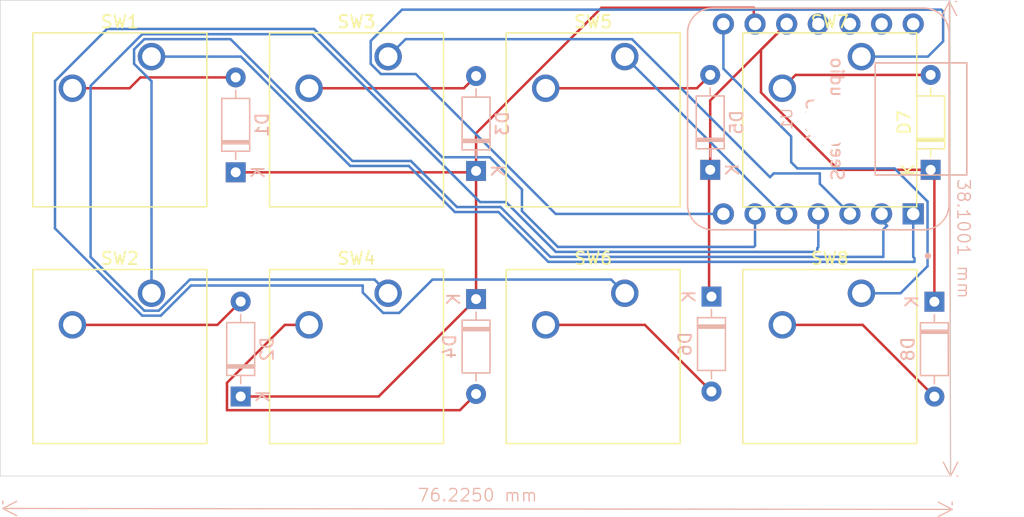
<source format=kicad_pcb>
(kicad_pcb (version 20240108) (generator "pcbnew") (generator_version "8.0")
  (layers (0 "F.Cu" signal) (31 "B.Cu" signal) (34 "B.Paste" user) (35 "F.Paste" user) (36 "B.SilkS" user "B.Silkscreen") (37 "F.SilkS" user "F.Silkscreen") (38 "B.Mask" user) (39 "F.Mask" user) (44 "Edge.Cuts" user))
  (net 0 "")
  (net 3 "Net-(U1-PA4_A1_D1)")
  (net 4 "Net-(U1-PA10_A2_D2)")
  (net 5 "Net-(U1-PA11_A3_D3)")
  (net 6 "Net-(U1-PA8_A4_D4_SDA)")
  (net 7 "Net-(U1-PA9_A5_D5_SCL)")
  (net 8 "Net-(U1-PB08_A6_D6_TX)")
  (net 9 "Net-(U1-PB09_A7_D7_RX)")
  (net 10 "row 0")
  (net 12 "Net-(D2-A)")
  (net 13 "GND")
  (net 14 "Net-(U1-PA02_A0_D0)")
  (net 15 "Net-(D3-A)")
  (net 16 "Net-(D4-A)")
  (net 17 "row 1")
  (net 18 "Net-(D5-A)")
  (net 19 "Net-(D6-A)")
  (net 20 "Net-(D7-A)")
  (net 21 "Net-(D8-A)")
  (net 22 "Net-(D1-A)")
  (footprint "Button_Switch_Keyboard:SW_Cherry_MX_1.00u_Plate" (layer "F.Cu") (at 175.04 66.42)
    (property "Reference" "SW7" (at -2.54 -2.794 0) (layer "F.SilkS"))
    (property "Value" "SW_Push")
    (fp_line (start -9.525 -1.905) (end 4.445 -1.905) (stroke (width 0.12)) (layer "F.SilkS"))
    (fp_line (start -9.525 12.065) (end -9.525 -1.905) (stroke (width 0.12)) (layer "F.SilkS"))
    (fp_line (start 4.445 -1.905) (end 4.445 12.065) (stroke (width 0.12)) (layer "F.SilkS"))
    (fp_line (start 4.445 12.065) (end -9.525 12.065) (stroke (width 0.12)) (layer "F.SilkS"))
    (pad "" np_thru_hole circle (at -2.54 5.08) (size 4 4) (drill 4) (layers "*.Cu" "*.Mask"))
    (pad "1" thru_hole circle (at 0 0) (size 2.2 2.2) (drill 1.5) (layers "*.Cu" "*.Mask") (net 8 "Net-(U1-PB08_A6_D6_TX)"))
    (pad "2" thru_hole circle (at -6.35 2.54) (size 2.2 2.2) (drill 1.5) (layers "*.Cu" "*.Mask") (net 20 "Net-(D7-A)"))
  )
  (footprint "Button_Switch_Keyboard:SW_Cherry_MX_1.00u_Plate" (layer "F.Cu") (at 137.04 66.42)
    (property "Reference" "SW3" (at -2.54 -2.794 0) (layer "F.SilkS"))
    (property "Value" "SW_Push")
    (fp_line (start -9.525 -1.905) (end 4.445 -1.905) (stroke (width 0.12)) (layer "F.SilkS"))
    (fp_line (start -9.525 12.065) (end -9.525 -1.905) (stroke (width 0.12)) (layer "F.SilkS"))
    (fp_line (start 4.445 -1.905) (end 4.445 12.065) (stroke (width 0.12)) (layer "F.SilkS"))
    (fp_line (start 4.445 12.065) (end -9.525 12.065) (stroke (width 0.12)) (layer "F.SilkS"))
    (pad "" np_thru_hole circle (at -2.54 5.08) (size 4 4) (drill 4) (layers "*.Cu" "*.Mask"))
    (pad "1" thru_hole circle (at 0 0) (size 2.2 2.2) (drill 1.5) (layers "*.Cu" "*.Mask") (net 4 "Net-(U1-PA10_A2_D2)"))
    (pad "2" thru_hole circle (at -6.35 2.54) (size 2.2 2.2) (drill 1.5) (layers "*.Cu" "*.Mask") (net 15 "Net-(D3-A)"))
  )
  (footprint "Button_Switch_Keyboard:SW_Cherry_MX_1.00u_Plate" (layer "F.Cu") (at 156.04 85.42)
    (property "Reference" "SW6" (at -2.54 -2.794 0) (layer "F.SilkS"))
    (property "Value" "SW_Push")
    (fp_line (start -9.525 -1.905) (end 4.445 -1.905) (stroke (width 0.12)) (layer "F.SilkS"))
    (fp_line (start -9.525 12.065) (end -9.525 -1.905) (stroke (width 0.12)) (layer "F.SilkS"))
    (fp_line (start 4.445 -1.905) (end 4.445 12.065) (stroke (width 0.12)) (layer "F.SilkS"))
    (fp_line (start 4.445 12.065) (end -9.525 12.065) (stroke (width 0.12)) (layer "F.SilkS"))
    (pad "" np_thru_hole circle (at -2.54 5.08) (size 4 4) (drill 4) (layers "*.Cu" "*.Mask"))
    (pad "1" thru_hole circle (at 0 0) (size 2.2 2.2) (drill 1.5) (layers "*.Cu" "*.Mask") (net 7 "Net-(U1-PA9_A5_D5_SCL)"))
    (pad "2" thru_hole circle (at -6.35 2.54) (size 2.2 2.2) (drill 1.5) (layers "*.Cu" "*.Mask") (net 19 "Net-(D6-A)"))
  )
  (footprint "Diode_THT:D_DO-35_SOD27_P7.62mm_Horizontal" (layer "F.Cu") (at 180.6 75.51 90)
    (property "Reference" "D7" (at 3.81 -2.12 90) (layer "F.SilkS"))
    (property "Value" "1N4148")
    (fp_line (start 5.93 -1.12) (end 1.69 -1.12) (stroke (width 0.12)) (layer "F.SilkS"))
    (fp_line (start 2.53 -1.12) (end 2.53 1.12) (stroke (width 0.12)) (layer "F.SilkS"))
    (fp_line (start 2.41 -1.12) (end 2.41 1.12) (stroke (width 0.12)) (layer "F.SilkS"))
    (fp_line (start 2.29 -1.12) (end 2.29 1.12) (stroke (width 0.12)) (layer "F.SilkS"))
    (fp_line (start 1.69 -1.12) (end 1.69 1.12) (stroke (width 0.12)) (layer "F.SilkS"))
    (fp_line (start 6.58 0) (end 5.93 0) (stroke (width 0.12)) (layer "F.SilkS"))
    (fp_line (start 1.04 0) (end 1.69 0) (stroke (width 0.12)) (layer "F.SilkS"))
    (fp_line (start 5.93 1.12) (end 5.93 -1.12) (stroke (width 0.12)) (layer "F.SilkS"))
    (fp_line (start 1.69 1.12) (end 5.93 1.12) (stroke (width 0.12)) (layer "F.SilkS"))
    (fp_text user "K" (at 0 -1.8 90) (layer "F.SilkS"))
    (pad "1" thru_hole rect (at 0 0 90) (size 1.6 1.6) (drill 0.8) (layers "*.Cu" "*.Mask") (net 17 "row 1"))
    (pad "2" thru_hole oval (at 7.62 0 90) (size 1.6 1.6) (drill 0.8) (layers "*.Cu" "*.Mask") (net 20 "Net-(D7-A)"))
  )
  (footprint "Button_Switch_Keyboard:SW_Cherry_MX_1.00u_Plate" (layer "F.Cu") (at 137.04 85.42)
    (property "Reference" "SW4" (at -2.54 -2.794 0) (layer "F.SilkS"))
    (property "Value" "SW_Push")
    (fp_line (start -9.525 -1.905) (end 4.445 -1.905) (stroke (width 0.12)) (layer "F.SilkS"))
    (fp_line (start -9.525 12.065) (end -9.525 -1.905) (stroke (width 0.12)) (layer "F.SilkS"))
    (fp_line (start 4.445 -1.905) (end 4.445 12.065) (stroke (width 0.12)) (layer "F.SilkS"))
    (fp_line (start 4.445 12.065) (end -9.525 12.065) (stroke (width 0.12)) (layer "F.SilkS"))
    (pad "" np_thru_hole circle (at -2.54 5.08) (size 4 4) (drill 4) (layers "*.Cu" "*.Mask"))
    (pad "1" thru_hole circle (at 0 0) (size 2.2 2.2) (drill 1.5) (layers "*.Cu" "*.Mask") (net 5 "Net-(U1-PA11_A3_D3)"))
    (pad "2" thru_hole circle (at -6.35 2.54) (size 2.2 2.2) (drill 1.5) (layers "*.Cu" "*.Mask") (net 16 "Net-(D4-A)"))
  )
  (footprint "Button_Switch_Keyboard:SW_Cherry_MX_1.00u_Plate" (layer "F.Cu") (at 175.04 85.42)
    (property "Reference" "SW8" (at -2.54 -2.794 0) (layer "F.SilkS"))
    (property "Value" "SW_Push")
    (fp_line (start -9.525 -1.905) (end 4.445 -1.905) (stroke (width 0.12)) (layer "F.SilkS"))
    (fp_line (start -9.525 12.065) (end -9.525 -1.905) (stroke (width 0.12)) (layer "F.SilkS"))
    (fp_line (start 4.445 -1.905) (end 4.445 12.065) (stroke (width 0.12)) (layer "F.SilkS"))
    (fp_line (start 4.445 12.065) (end -9.525 12.065) (stroke (width 0.12)) (layer "F.SilkS"))
    (pad "" np_thru_hole circle (at -2.54 5.08) (size 4 4) (drill 4) (layers "*.Cu" "*.Mask"))
    (pad "1" thru_hole circle (at 0 0) (size 2.2 2.2) (drill 1.5) (layers "*.Cu" "*.Mask") (net 9 "Net-(U1-PB09_A7_D7_RX)"))
    (pad "2" thru_hole circle (at -6.35 2.54) (size 2.2 2.2) (drill 1.5) (layers "*.Cu" "*.Mask") (net 21 "Net-(D8-A)"))
  )
  (footprint "Button_Switch_Keyboard:SW_Cherry_MX_1.00u_Plate" (layer "F.Cu") (at 156.04 66.42)
    (property "Reference" "SW5" (at -2.54 -2.794 0) (layer "F.SilkS"))
    (property "Value" "SW_Push")
    (fp_line (start -9.525 -1.905) (end 4.445 -1.905) (stroke (width 0.12)) (layer "F.SilkS"))
    (fp_line (start -9.525 12.065) (end -9.525 -1.905) (stroke (width 0.12)) (layer "F.SilkS"))
    (fp_line (start 4.445 -1.905) (end 4.445 12.065) (stroke (width 0.12)) (layer "F.SilkS"))
    (fp_line (start 4.445 12.065) (end -9.525 12.065) (stroke (width 0.12)) (layer "F.SilkS"))
    (pad "" np_thru_hole circle (at -2.54 5.08) (size 4 4) (drill 4) (layers "*.Cu" "*.Mask"))
    (pad "1" thru_hole circle (at 0 0) (size 2.2 2.2) (drill 1.5) (layers "*.Cu" "*.Mask") (net 6 "Net-(U1-PA8_A4_D4_SDA)"))
    (pad "2" thru_hole circle (at -6.35 2.54) (size 2.2 2.2) (drill 1.5) (layers "*.Cu" "*.Mask") (net 18 "Net-(D5-A)"))
  )
  (footprint "Button_Switch_Keyboard:SW_Cherry_MX_1.00u_Plate" (layer "F.Cu") (at 118.04 66.42)
    (property "Reference" "SW1" (at -2.54 -2.794 0) (layer "F.SilkS"))
    (property "Value" "SW_Push")
    (fp_line (start -9.525 -1.905) (end 4.445 -1.905) (stroke (width 0.12)) (layer "F.SilkS"))
    (fp_line (start -9.525 12.065) (end -9.525 -1.905) (stroke (width 0.12)) (layer "F.SilkS"))
    (fp_line (start 4.445 -1.905) (end 4.445 12.065) (stroke (width 0.12)) (layer "F.SilkS"))
    (fp_line (start 4.445 12.065) (end -9.525 12.065) (stroke (width 0.12)) (layer "F.SilkS"))
    (pad "" np_thru_hole circle (at -2.54 5.08) (size 4 4) (drill 4) (layers "*.Cu" "*.Mask"))
    (pad "1" thru_hole circle (at 0 0) (size 2.2 2.2) (drill 1.5) (layers "*.Cu" "*.Mask") (net 14 "Net-(U1-PA02_A0_D0)"))
    (pad "2" thru_hole circle (at -6.35 2.54) (size 2.2 2.2) (drill 1.5) (layers "*.Cu" "*.Mask") (net 22 "Net-(D1-A)"))
  )
  (footprint "Button_Switch_Keyboard:SW_Cherry_MX_1.00u_Plate" (layer "F.Cu") (at 118.04 85.42)
    (property "Reference" "SW2" (at -2.54 -2.794 0) (layer "F.SilkS"))
    (property "Value" "SW_Push")
    (fp_line (start -9.525 -1.905) (end 4.445 -1.905) (stroke (width 0.12)) (layer "F.SilkS"))
    (fp_line (start -9.525 12.065) (end -9.525 -1.905) (stroke (width 0.12)) (layer "F.SilkS"))
    (fp_line (start 4.445 -1.905) (end 4.445 12.065) (stroke (width 0.12)) (layer "F.SilkS"))
    (fp_line (start 4.445 12.065) (end -9.525 12.065) (stroke (width 0.12)) (layer "F.SilkS"))
    (pad "" np_thru_hole circle (at -2.54 5.08) (size 4 4) (drill 4) (layers "*.Cu" "*.Mask"))
    (pad "1" thru_hole circle (at 0 0) (size 2.2 2.2) (drill 1.5) (layers "*.Cu" "*.Mask") (net 3 "Net-(U1-PA4_A1_D1)"))
    (pad "2" thru_hole circle (at -6.35 2.54) (size 2.2 2.2) (drill 1.5) (layers "*.Cu" "*.Mask") (net 12 "Net-(D2-A)"))
  )
  (footprint "Diode_THT:D_DO-35_SOD27_P7.62mm_Horizontal" (layer "B.Cu") (at 125.2 93.71 90)
    (property "Reference" "D2" (at 3.81 2.12 90) (layer "B.SilkS") (effects (justify mirror)))
    (property "Value" "1N4148")
    (fp_line (start 5.93 -1.12) (end 1.69 -1.12) (stroke (width 0.12)) (layer "B.SilkS"))
    (fp_line (start 2.53 -1.12) (end 2.53 1.12) (stroke (width 0.12)) (layer "B.SilkS"))
    (fp_line (start 2.41 -1.12) (end 2.41 1.12) (stroke (width 0.12)) (layer "B.SilkS"))
    (fp_line (start 2.29 -1.12) (end 2.29 1.12) (stroke (width 0.12)) (layer "B.SilkS"))
    (fp_line (start 1.69 -1.12) (end 1.69 1.12) (stroke (width 0.12)) (layer "B.SilkS"))
    (fp_line (start 5.93 0) (end 6.58 0) (stroke (width 0.12)) (layer "B.SilkS"))
    (fp_line (start 1.69 0) (end 1.04 0) (stroke (width 0.12)) (layer "B.SilkS"))
    (fp_line (start 5.93 1.12) (end 5.93 -1.12) (stroke (width 0.12)) (layer "B.SilkS"))
    (fp_line (start 1.69 1.12) (end 5.93 1.12) (stroke (width 0.12)) (layer "B.SilkS"))
    (fp_text user "K" (at 0 1.8 90) (layer "B.SilkS") (effects (justify mirror)))
    (pad "1" thru_hole rect (at 0 0 90) (size 1.6 1.6) (drill 0.8) (layers "*.Cu" "*.Mask") (net 10 "row 0"))
    (pad "2" thru_hole oval (at 7.62 0 90) (size 1.6 1.6) (drill 0.8) (layers "*.Cu" "*.Mask") (net 12 "Net-(D2-A)"))
  )
  (footprint "Diode_THT:D_DO-35_SOD27_P7.62mm_Horizontal" (layer "B.Cu") (at 180.9 86.1 -90)
    (property "Reference" "D8" (at 3.81 2.12 90) (layer "B.SilkS") (effects (justify mirror)))
    (property "Value" "1N4148")
    (fp_line (start 1.69 1.12) (end 5.93 1.12) (stroke (width 0.12)) (layer "B.SilkS"))
    (fp_line (start 5.93 1.12) (end 5.93 -1.12) (stroke (width 0.12)) (layer "B.SilkS"))
    (fp_line (start 1.69 0) (end 1.04 0) (stroke (width 0.12)) (layer "B.SilkS"))
    (fp_line (start 5.93 0) (end 6.58 0) (stroke (width 0.12)) (layer "B.SilkS"))
    (fp_line (start 1.69 -1.12) (end 1.69 1.12) (stroke (width 0.12)) (layer "B.SilkS"))
    (fp_line (start 2.29 -1.12) (end 2.29 1.12) (stroke (width 0.12)) (layer "B.SilkS"))
    (fp_line (start 2.41 -1.12) (end 2.41 1.12) (stroke (width 0.12)) (layer "B.SilkS"))
    (fp_line (start 2.53 -1.12) (end 2.53 1.12) (stroke (width 0.12)) (layer "B.SilkS"))
    (fp_line (start 5.93 -1.12) (end 1.69 -1.12) (stroke (width 0.12)) (layer "B.SilkS"))
    (fp_text user "K" (at 0 1.8 90) (layer "B.SilkS") (effects (justify mirror)))
    (pad "1" thru_hole rect (at 0 0 270) (size 1.6 1.6) (drill 0.8) (layers "*.Cu" "*.Mask") (net 17 "row 1"))
    (pad "2" thru_hole oval (at 7.62 0 270) (size 1.6 1.6) (drill 0.8) (layers "*.Cu" "*.Mask") (net 21 "Net-(D8-A)"))
  )
  (footprint "Seeed Studio XIAO Series Library:XIAO-Generic-Thruhole-14P-2.54-21X17.8MM" (layer "B.Cu") (at 171.58 71.425 90)
    (property "Reference" "U1" (at 0 -2.54 90) (layer "B.SilkS") (effects (font (size 0.889 0.889) (thickness 0.1016)) (justify mirror)))
    (property "Value" "Seeed Studio XIAO SAMD21" (hide yes))
    (fp_line (start 6.9 -10.5) (end -6.9 -10.5) (stroke (width 0.127)) (layer "B.SilkS"))
    (fp_line (start -8.9 -8.5) (end -8.9 8.5) (stroke (width 0.127)) (layer "B.SilkS"))
    (fp_line (start 4.5 4.57073) (end 4.5 11.92403) (stroke (width 0.127)) (layer "B.SilkS"))
    (fp_line (start -4.5 4.57073) (end 4.5 4.57073) (stroke (width 0.127)) (layer "B.SilkS"))
    (fp_line (start 8.9 8.5) (end 8.9 -8.5) (stroke (width 0.127)) (layer "B.SilkS"))
    (fp_line (start -6.9 10.49909) (end 6.9 10.49909) (stroke (width 0.127)) (layer "B.SilkS"))
    (fp_line (start 4.5 11.92403) (end -4.5 11.92403) (stroke (width 0.127)) (layer "B.SilkS"))
    (fp_line (start -4.5 11.92403) (end -4.5 4.57073) (stroke (width 0.127)) (layer "B.SilkS"))
    (fp_arc (start 6.9 -10.5) (mid 8.314214 -9.914214) (end 8.9 -8.5) (stroke (width 0.12)) (layer "B.SilkS"))
    (fp_arc (start -8.9 -8.5) (mid -8.301423 -9.901423) (end -6.9 -10.5) (stroke (width 0.12)) (layer "B.SilkS"))
    (fp_arc (start 8.9 8.5) (mid 8.301492 9.901492) (end 6.9 10.5) (stroke (width 0.12)) (layer "B.SilkS"))
    (fp_arc (start -6.9 10.5) (mid -8.301491 9.901491) (end -8.9 8.5) (stroke (width 0.12)) (layer "B.SilkS"))
    (fp_circle (center -11 8.8) (end -11 9.054) (fill solid) (layer "B.SilkS"))
    (fp_poly (pts (xy -8.887715 8.561705) (xy -8.884667 8.610473) (xy -8.880603 8.659494)) (stroke (width 0.0254)) (fill none) (layer "B.SilkS"))
    (fp_poly (pts (xy 8.889492 -8.521574) (xy 8.887713 -8.57085) (xy 8.884665 -8.619618) (xy 8.880601 -8.668639) (xy 8.875268 -8.717407) (xy 8.868664 -8.766175) (xy 8.861044 -8.81469) (xy 8.852153 -8.86295) (xy 8.842248 -8.910955)) (stroke (width 0.0254)) (fill none) (layer "B.SilkS"))
    (fp_text user "XIAO" (at 0 -0.5 -90) (layer "B.SilkS") (effects (justify mirror)))
    (fp_text user "Seeed Studio" (at 0 1.5 -90) (layer "B.SilkS") (effects (justify mirror)))
    (pad "1" thru_hole rect (at -7.625 7.62 90) (size 1.7 1.7) (drill 1) (layers "*.Cu" "*.Mask") (net 14 "Net-(U1-PA02_A0_D0)"))
    (pad "2" thru_hole circle (at -7.625 5.08 90) (size 1.7 1.7) (drill 1) (layers "*.Cu" "*.Mask") (net 3 "Net-(U1-PA4_A1_D1)"))
    (pad "3" thru_hole circle (at -7.625 2.54 90) (size 1.7 1.7) (drill 1) (layers "*.Cu" "*.Mask") (net 4 "Net-(U1-PA10_A2_D2)"))
    (pad "4" thru_hole circle (at -7.625 0 90) (size 1.7 1.7) (drill 1) (layers "*.Cu" "*.Mask") (net 5 "Net-(U1-PA11_A3_D3)"))
    (pad "5" thru_hole circle (at -7.625 -2.54 90) (size 1.7 1.7) (drill 1) (layers "*.Cu" "*.Mask") (net 6 "Net-(U1-PA8_A4_D4_SDA)"))
    (pad "6" thru_hole circle (at -7.625 -5.08 270) (size 1.7 1.7) (drill 1) (layers "*.Cu" "*.Mask") (net 7 "Net-(U1-PA9_A5_D5_SCL)"))
    (pad "7" thru_hole circle (at -7.625 -7.62 90) (size 1.7 1.7) (drill 1) (layers "*.Cu" "*.Mask") (net 8 "Net-(U1-PB08_A6_D6_TX)"))
    (pad "8" thru_hole circle (at 7.625 -7.62 90) (size 1.7 1.7) (drill 1) (layers "*.Cu" "*.Mask") (net 9 "Net-(U1-PB09_A7_D7_RX)"))
    (pad "9" thru_hole circle (at 7.625 -5.08 90) (size 1.7 1.7) (drill 1) (layers "*.Cu" "*.Mask") (net 10 "row 0"))
    (pad "10" thru_hole circle (at 7.625 -2.54 90) (size 1.7 1.7) (drill 1) (layers "*.Cu" "*.Mask") (net 17 "row 1"))
    (pad "11" thru_hole circle (at 7.625 0 90) (size 1.7 1.7) (drill 1) (layers "*.Cu" "*.Mask"))
    (pad "12" thru_hole circle (at 7.625 2.54 90) (size 1.7 1.7) (drill 1) (layers "*.Cu" "*.Mask"))
    (pad "13" thru_hole circle (at 7.625 5.08 90) (size 1.7 1.7) (drill 1) (layers "*.Cu" "*.Mask") (net 13 "GND"))
    (pad "14" thru_hole circle (at 7.625 7.62 90) (size 1.7 1.7) (drill 1) (layers "*.Cu" "*.Mask"))
  )
  (footprint "Diode_THT:D_DO-35_SOD27_P7.62mm_Horizontal" (layer "B.Cu") (at 124.8 75.71 90)
    (property "Reference" "D1" (at 3.81 2.12 90) (layer "B.SilkS") (effects (justify mirror)))
    (property "Value" "1N4148")
    (fp_line (start 5.93 -1.12) (end 1.69 -1.12) (stroke (width 0.12)) (layer "B.SilkS"))
    (fp_line (start 2.53 -1.12) (end 2.53 1.12) (stroke (width 0.12)) (layer "B.SilkS"))
    (fp_line (start 2.41 -1.12) (end 2.41 1.12) (stroke (width 0.12)) (layer "B.SilkS"))
    (fp_line (start 2.29 -1.12) (end 2.29 1.12) (stroke (width 0.12)) (layer "B.SilkS"))
    (fp_line (start 1.69 -1.12) (end 1.69 1.12) (stroke (width 0.12)) (layer "B.SilkS"))
    (fp_line (start 5.93 0) (end 6.58 0) (stroke (width 0.12)) (layer "B.SilkS"))
    (fp_line (start 1.69 0) (end 1.04 0) (stroke (width 0.12)) (layer "B.SilkS"))
    (fp_line (start 5.93 1.12) (end 5.93 -1.12) (stroke (width 0.12)) (layer "B.SilkS"))
    (fp_line (start 1.69 1.12) (end 5.93 1.12) (stroke (width 0.12)) (layer "B.SilkS"))
    (fp_text user "K" (at 0 1.8 90) (layer "B.SilkS") (effects (justify mirror)))
    (pad "1" thru_hole rect (at 0 0 90) (size 1.6 1.6) (drill 0.8) (layers "*.Cu" "*.Mask") (net 10 "row 0"))
    (pad "2" thru_hole oval (at 7.62 0 90) (size 1.6 1.6) (drill 0.8) (layers "*.Cu" "*.Mask") (net 22 "Net-(D1-A)"))
  )
  (footprint "Diode_THT:D_DO-35_SOD27_P7.62mm_Horizontal" (layer "B.Cu") (at 163 85.69 -90)
    (property "Reference" "D6" (at 3.81 2.12 90) (layer "B.SilkS") (effects (justify mirror)))
    (property "Value" "1N4148")
    (fp_line (start 1.69 1.12) (end 5.93 1.12) (stroke (width 0.12)) (layer "B.SilkS"))
    (fp_line (start 5.93 1.12) (end 5.93 -1.12) (stroke (width 0.12)) (layer "B.SilkS"))
    (fp_line (start 1.69 0) (end 1.04 0) (stroke (width 0.12)) (layer "B.SilkS"))
    (fp_line (start 5.93 0) (end 6.58 0) (stroke (width 0.12)) (layer "B.SilkS"))
    (fp_line (start 1.69 -1.12) (end 1.69 1.12) (stroke (width 0.12)) (layer "B.SilkS"))
    (fp_line (start 2.29 -1.12) (end 2.29 1.12) (stroke (width 0.12)) (layer "B.SilkS"))
    (fp_line (start 2.41 -1.12) (end 2.41 1.12) (stroke (width 0.12)) (layer "B.SilkS"))
    (fp_line (start 2.53 -1.12) (end 2.53 1.12) (stroke (width 0.12)) (layer "B.SilkS"))
    (fp_line (start 5.93 -1.12) (end 1.69 -1.12) (stroke (width 0.12)) (layer "B.SilkS"))
    (fp_text user "K" (at 0 1.8 90) (layer "B.SilkS") (effects (justify mirror)))
    (pad "1" thru_hole rect (at 0 0 270) (size 1.6 1.6) (drill 0.8) (layers "*.Cu" "*.Mask") (net 17 "row 1"))
    (pad "2" thru_hole oval (at 7.62 0 270) (size 1.6 1.6) (drill 0.8) (layers "*.Cu" "*.Mask") (net 19 "Net-(D6-A)"))
  )
  (footprint "Diode_THT:D_DO-35_SOD27_P7.62mm_Horizontal" (layer "B.Cu") (at 144.1 85.89 -90)
    (property "Reference" "D4" (at 3.81 2.12 90) (layer "B.SilkS") (effects (justify mirror)))
    (property "Value" "1N4148")
    (fp_line (start 1.69 1.12) (end 5.93 1.12) (stroke (width 0.12)) (layer "B.SilkS"))
    (fp_line (start 5.93 1.12) (end 5.93 -1.12) (stroke (width 0.12)) (layer "B.SilkS"))
    (fp_line (start 1.69 0) (end 1.04 0) (stroke (width 0.12)) (layer "B.SilkS"))
    (fp_line (start 5.93 0) (end 6.58 0) (stroke (width 0.12)) (layer "B.SilkS"))
    (fp_line (start 1.69 -1.12) (end 1.69 1.12) (stroke (width 0.12)) (layer "B.SilkS"))
    (fp_line (start 2.29 -1.12) (end 2.29 1.12) (stroke (width 0.12)) (layer "B.SilkS"))
    (fp_line (start 2.41 -1.12) (end 2.41 1.12) (stroke (width 0.12)) (layer "B.SilkS"))
    (fp_line (start 2.53 -1.12) (end 2.53 1.12) (stroke (width 0.12)) (layer "B.SilkS"))
    (fp_line (start 5.93 -1.12) (end 1.69 -1.12) (stroke (width 0.12)) (layer "B.SilkS"))
    (fp_text user "K" (at 0 1.8 90) (layer "B.SilkS") (effects (justify mirror)))
    (pad "1" thru_hole rect (at 0 0 270) (size 1.6 1.6) (drill 0.8) (layers "*.Cu" "*.Mask") (net 10 "row 0"))
    (pad "2" thru_hole oval (at 7.62 0 270) (size 1.6 1.6) (drill 0.8) (layers "*.Cu" "*.Mask") (net 16 "Net-(D4-A)"))
  )
  (footprint "Diode_THT:D_DO-35_SOD27_P7.62mm_Horizontal" (layer "B.Cu") (at 162.9 75.51 90)
    (property "Reference" "D5" (at 3.81 2.12 90) (layer "B.SilkS") (effects (justify mirror)))
    (property "Value" "1N4148")
    (fp_line (start 5.93 -1.12) (end 1.69 -1.12) (stroke (width 0.12)) (layer "B.SilkS"))
    (fp_line (start 2.53 -1.12) (end 2.53 1.12) (stroke (width 0.12)) (layer "B.SilkS"))
    (fp_line (start 2.41 -1.12) (end 2.41 1.12) (stroke (width 0.12)) (layer "B.SilkS"))
    (fp_line (start 2.29 -1.12) (end 2.29 1.12) (stroke (width 0.12)) (layer "B.SilkS"))
    (fp_line (start 1.69 -1.12) (end 1.69 1.12) (stroke (width 0.12)) (layer "B.SilkS"))
    (fp_line (start 5.93 0) (end 6.58 0) (stroke (width 0.12)) (layer "B.SilkS"))
    (fp_line (start 1.69 0) (end 1.04 0) (stroke (width 0.12)) (layer "B.SilkS"))
    (fp_line (start 5.93 1.12) (end 5.93 -1.12) (stroke (width 0.12)) (layer "B.SilkS"))
    (fp_line (start 1.69 1.12) (end 5.93 1.12) (stroke (width 0.12)) (layer "B.SilkS"))
    (fp_text user "K" (at 0 1.8 90) (layer "B.SilkS") (effects (justify mirror)))
    (pad "1" thru_hole rect (at 0 0 90) (size 1.6 1.6) (drill 0.8) (layers "*.Cu" "*.Mask") (net 17 "row 1"))
    (pad "2" thru_hole oval (at 7.62 0 90) (size 1.6 1.6) (drill 0.8) (layers "*.Cu" "*.Mask") (net 18 "Net-(D5-A)"))
  )
  (footprint "Diode_THT:D_DO-35_SOD27_P7.62mm_Horizontal" (layer "B.Cu") (at 144.1 75.6 90)
    (property "Reference" "D3" (at 3.81 2.12 90) (layer "B.SilkS") (effects (justify mirror)))
    (property "Value" "1N4148")
    (fp_line (start 5.93 -1.12) (end 1.69 -1.12) (stroke (width 0.12)) (layer "B.SilkS"))
    (fp_line (start 2.53 -1.12) (end 2.53 1.12) (stroke (width 0.12)) (layer "B.SilkS"))
    (fp_line (start 2.41 -1.12) (end 2.41 1.12) (stroke (width 0.12)) (layer "B.SilkS"))
    (fp_line (start 2.29 -1.12) (end 2.29 1.12) (stroke (width 0.12)) (layer "B.SilkS"))
    (fp_line (start 1.69 -1.12) (end 1.69 1.12) (stroke (width 0.12)) (layer "B.SilkS"))
    (fp_line (start 5.93 0) (end 6.58 0) (stroke (width 0.12)) (layer "B.SilkS"))
    (fp_line (start 1.69 0) (end 1.04 0) (stroke (width 0.12)) (layer "B.SilkS"))
    (fp_line (start 5.93 1.12) (end 5.93 -1.12) (stroke (width 0.12)) (layer "B.SilkS"))
    (fp_line (start 1.69 1.12) (end 5.93 1.12) (stroke (width 0.12)) (layer "B.SilkS"))
    (fp_text user "K" (at 0 1.8 90) (layer "B.SilkS") (effects (justify mirror)))
    (pad "1" thru_hole rect (at 0 0 90) (size 1.6 1.6) (drill 0.8) (layers "*.Cu" "*.Mask") (net 10 "row 0"))
    (pad "2" thru_hole oval (at 7.62 0 90) (size 1.6 1.6) (drill 0.8) (layers "*.Cu" "*.Mask") (net 15 "Net-(D3-A)"))
  )
  (gr_rect (start 105.9 61.9) (end 182.2 100.1) (stroke (width 0.05)) (fill none) (layer "Edge.Cuts"))
  (dimension (type aligned) (layer "B.SilkS") (pts (xy 182.324864 102.913007) (xy 106.099864 102.838007)) (height 0.138007) (gr_text "76.2250 mm" (at 144.213582 101.637501 -0.05637496985) (layer "B.SilkS") (effects (font (size 1 1) (thickness 0.1)))) (format (prefix "") (suffix "") (units 3) (units_format 1) (precision 4)) (style (thickness 0.1) (arrow_length 1.27) (text_position_mode 0) (extension_height 0.58642) (extension_offset 0.5) keep_text_aligned))
  (dimension (type aligned) (layer "B.SilkS") (pts (xy 182.1 62) (xy 182.2 100.1)) (height 0) (gr_text "38.1001 mm" (at 183.249996 81.047113 270.1503823) (layer "B.SilkS") (effects (font (size 1 1) (thickness 0.1)))) (format (prefix "") (suffix "") (units 3) (units_format 1) (precision 4)) (style (thickness 0.1) (arrow_length 1.27) (text_position_mode 0) (extension_height 0.58642) (extension_offset 0.5) keep_text_aligned))
  (segment (start 142.565686 78.5) (end 146.065686 78.5) (width 0.2) (layer "B.Cu") (net 3))
  (segment (start 118.04 68.399899) (end 116.64 66.999899) (width 0.2) (layer "B.Cu") (net 3))
  (segment (start 176.8 80.3) (end 177.1 80) (width 0.2) (layer "B.Cu") (net 3))
  (segment (start 118.04 85.42) (end 118.04 68.399899) (width 0.2) (layer "B.Cu") (net 3))
  (segment (start 124.385686 65.02) (end 134.165686 74.8) (width 0.2) (layer "B.Cu") (net 3))
  (segment (start 146.065686 78.5) (end 150.065686 82.5) (width 0.2) (layer "B.Cu") (net 3))
  (segment (start 117.460101 65.02) (end 124.385686 65.02) (width 0.2) (layer "B.Cu") (net 3))
  (segment (start 134.165686 74.8) (end 138.865686 74.8) (width 0.2) (layer "B.Cu") (net 3))
  (segment (start 150.065686 82.5) (end 176.8 82.5) (width 0.2) (layer "B.Cu") (net 3))
  (segment (start 176.8 82.5) (end 176.8 80.3) (width 0.2) (layer "B.Cu") (net 3))
  (segment (start 116.64 65.840101) (end 117.460101 65.02) (width 0.2) (layer "B.Cu") (net 3))
  (segment (start 176.66 79.56) (end 176.66 79.05) (width 0.2) (layer "B.Cu") (net 3))
  (segment (start 177.1 80) (end 176.66 79.56) (width 0.2) (layer "B.Cu") (net 3))
  (segment (start 116.64 66.999899) (end 116.64 65.840101) (width 0.2) (layer "B.Cu") (net 3))
  (segment (start 138.865686 74.8) (end 142.565686 78.5) (width 0.2) (layer "B.Cu") (net 3))
  (segment (start 156.62 65.02) (end 167.7 76.1) (width 0.2) (layer "B.Cu") (net 4))
  (segment (start 171.7 76.63) (end 174.12 79.05) (width 0.2) (layer "B.Cu") (net 4))
  (segment (start 138.44 65.02) (end 156.62 65.02) (width 0.2) (layer "B.Cu") (net 4))
  (segment (start 137.04 66.42) (end 138.44 65.02) (width 0.2) (layer "B.Cu") (net 4))
  (segment (start 167.7 76.1) (end 168 75.8) (width 0.2) (layer "B.Cu") (net 4))
  (segment (start 168 75.8) (end 171.7 75.8) (width 0.2) (layer "B.Cu") (net 4))
  (segment (start 171.7 75.8) (end 171.7 76.63) (width 0.2) (layer "B.Cu") (net 4))
  (segment (start 130.943402 64.62) (end 144.423402 78.1) (width 0.2) (layer "B.Cu") (net 5))
  (segment (start 171.4 82.1) (end 171.5 82) (width 0.2) (layer "B.Cu") (net 5))
  (segment (start 171.5 82) (end 171.5 81.8) (width 0.2) (layer "B.Cu") (net 5))
  (segment (start 137.04 85.42) (end 135.940001 84.320001) (width 0.2) (layer "B.Cu") (net 5))
  (segment (start 146.5 78.1) (end 150.5 82.1) (width 0.2) (layer "B.Cu") (net 5))
  (segment (start 121.119898 84.320001) (end 118.619899 86.82) (width 0.2) (layer "B.Cu") (net 5))
  (segment (start 118.619899 86.82) (end 117.460101 86.82) (width 0.2) (layer "B.Cu") (net 5))
  (segment (start 144.423402 78.1) (end 146.5 78.1) (width 0.2) (layer "B.Cu") (net 5))
  (segment (start 171.5 81.8) (end 171.58 81.72) (width 0.2) (layer "B.Cu") (net 5))
  (segment (start 113.15 68.764415) (end 117.294415 64.62) (width 0.2) (layer "B.Cu") (net 5))
  (segment (start 150.5 82.1) (end 171.4 82.1) (width 0.2) (layer "B.Cu") (net 5))
  (segment (start 113.15 82.509899) (end 113.15 68.764415) (width 0.2) (layer "B.Cu") (net 5))
  (segment (start 117.294415 64.62) (end 130.943402 64.62) (width 0.2) (layer "B.Cu") (net 5))
  (segment (start 135.940001 84.320001) (end 121.119898 84.320001) (width 0.2) (layer "B.Cu") (net 5))
  (segment (start 171.58 81.72) (end 171.58 79.05) (width 0.2) (layer "B.Cu") (net 5))
  (segment (start 117.460101 86.82) (end 113.15 82.509899) (width 0.2) (layer "B.Cu") (net 5))
  (segment (start 156.04 66.42) (end 168.67 79.05) (width 0.2) (layer "B.Cu") (net 6))
  (segment (start 168.67 79.05) (end 169.04 79.05) (width 0.2) (layer "B.Cu") (net 6))
  (segment (start 166.4 81.7) (end 166.5 81.6) (width 0.2) (layer "B.Cu") (net 7))
  (segment (start 140.603401 84.320001) (end 137.923402 87) (width 0.2) (layer "B.Cu") (net 7))
  (segment (start 135 84.8) (end 121.205585 84.8) (width 0.2) (layer "B.Cu") (net 7))
  (segment (start 154.940001 84.320001) (end 140.603401 84.320001) (width 0.2) (layer "B.Cu") (net 7))
  (segment (start 137.923402 87) (end 136.640101 87) (width 0.2) (layer "B.Cu") (net 7))
  (segment (start 110.29 80.215585) (end 110.29 68.380101) (width 0.2) (layer "B.Cu") (net 7))
  (segment (start 136.640101 87) (end 135 85.359899) (width 0.2) (layer "B.Cu") (net 7))
  (segment (start 135 85.359899) (end 135 84.8) (width 0.2) (layer "B.Cu") (net 7))
  (segment (start 156.04 85.42) (end 156.1 85.48) (width 0.2) (layer "B.Cu") (net 7))
  (segment (start 114.470101 64.2) (end 131.089087 64.2) (width 0.2) (layer "B.Cu") (net 7))
  (segment (start 131.109088 64.22) (end 141.389088 74.5) (width 0.2) (layer "B.Cu") (net 7))
  (segment (start 118.785585 87.22) (end 117.294415 87.22) (width 0.2) (layer "B.Cu") (net 7))
  (segment (start 166.5 81.6) (end 166.5 79.05) (width 0.2) (layer "B.Cu") (net 7))
  (segment (start 147.782843 78.817157) (end 150.665686 81.7) (width 0.2) (layer "B.Cu") (net 7))
  (segment (start 131.089087 64.2) (end 131.109088 64.22) (width 0.2) (layer "B.Cu") (net 7))
  (segment (start 145.2 74.5) (end 147.782843 77.082843) (width 0.2) (layer "B.Cu") (net 7))
  (segment (start 147.782843 77.082843) (end 147.782843 78.817157) (width 0.2) (layer "B.Cu") (net 7))
  (segment (start 117.294415 87.22) (end 110.29 80.215585) (width 0.2) (layer "B.Cu") (net 7))
  (segment (start 150.665686 81.7) (end 166.4 81.7) (width 0.2) (layer "B.Cu") (net 7))
  (segment (start 141.389088 74.5) (end 145.2 74.5) (width 0.2) (layer "B.Cu") (net 7))
  (segment (start 110.29 68.380101) (end 114.470101 64.2) (width 0.2) (layer "B.Cu") (net 7))
  (segment (start 121.205585 84.8) (end 118.785585 87.22) (width 0.2) (layer "B.Cu") (net 7))
  (segment (start 156.04 85.42) (end 154.940001 84.320001) (width 0.2) (layer "B.Cu") (net 7))
  (segment (start 163.96 79.05) (end 150.490101 79.05) (width 0.2) (layer "B.Cu") (net 8))
  (segment (start 139.260101 67.82) (end 136.460101 67.82) (width 0.2) (layer "B.Cu") (net 8))
  (segment (start 138.15 62.65) (end 181.45 62.65) (width 0.2) (layer "B.Cu") (net 8))
  (segment (start 181.45 62.65) (end 181.6 62.8) (width 0.2) (layer "B.Cu") (net 8))
  (segment (start 135.64 66.999899) (end 135.64 65.16) (width 0.2) (layer "B.Cu") (net 8))
  (segment (start 135.64 65.16) (end 138.15 62.65) (width 0.2) (layer "B.Cu") (net 8))
  (segment (start 181.6 65.2) (end 180.38 66.42) (width 0.2) (layer "B.Cu") (net 8))
  (segment (start 180.38 66.42) (end 175.04 66.42) (width 0.2) (layer "B.Cu") (net 8))
  (segment (start 136.460101 67.82) (end 135.64 66.999899) (width 0.2) (layer "B.Cu") (net 8))
  (segment (start 150.490101 79.05) (end 139.260101 67.82) (width 0.2) (layer "B.Cu") (net 8))
  (segment (start 181.6 62.8) (end 181.6 65.2) (width 0.2) (layer "B.Cu") (net 8))
  (segment (start 169.4 74.9) (end 169.4 72.834365) (width 0.2) (layer "B.Cu") (net 9))
  (segment (start 180.35 78.05) (end 177.7 75.4) (width 0.2) (layer "B.Cu") (net 9))
  (segment (start 163.96 67.394365) (end 163.96 63.8) (width 0.2) (layer "B.Cu") (net 9))
  (segment (start 177.7 75.4) (end 169.9 75.4) (width 0.2) (layer "B.Cu") (net 9))
  (segment (start 178.18 85.42) (end 180.35 83.25) (width 0.2) (layer "B.Cu") (net 9))
  (segment (start 169.4 72.834365) (end 163.96 67.394365) (width 0.2) (layer "B.Cu") (net 9))
  (segment (start 175.04 85.42) (end 178.18 85.42) (width 0.2) (layer "B.Cu") (net 9))
  (segment (start 180.35 83.25) (end 180.35 78.05) (width 0.2) (layer "B.Cu") (net 9))
  (segment (start 169.9 75.4) (end 169.4 74.9) (width 0.2) (layer "B.Cu") (net 9))
  (segment (start 144.1 72.570101) (end 154.170101 62.5) (width 0.2) (layer "F.Cu") (net 10))
  (segment (start 125.2 93.71) (end 136.28 93.71) (width 0.2) (layer "F.Cu") (net 10))
  (segment (start 124.8 75.71) (end 143.99 75.71) (width 0.2) (layer "F.Cu") (net 10))
  (segment (start 154.170101 62.5) (end 166.4 62.5) (width 0.2) (layer "F.Cu") (net 10))
  (segment (start 166.4 63.7) (end 166.5 63.8) (width 0.2) (layer "F.Cu") (net 10))
  (segment (start 143.99 75.71) (end 144.1 75.6) (width 0.2) (layer "F.Cu") (net 10))
  (segment (start 144.1 75.6) (end 144.1 72.570101) (width 0.2) (layer "F.Cu") (net 10))
  (segment (start 144.1 85.89) (end 144.1 75.6) (width 0.2) (layer "F.Cu") (net 10))
  (segment (start 166.4 62.5) (end 166.4 63.7) (width 0.2) (layer "F.Cu") (net 10))
  (segment (start 136.28 93.71) (end 144.1 85.89) (width 0.2) (layer "F.Cu") (net 10))
  (segment (start 123.33 87.96) (end 125.2 86.09) (width 0.2) (layer "F.Cu") (net 12))
  (segment (start 111.69 87.96) (end 123.33 87.96) (width 0.2) (layer "F.Cu") (net 12))
  (segment (start 134 75.2) (end 138.7 75.2) (width 0.2) (layer "B.Cu") (net 14))
  (segment (start 142.4 78.9) (end 145.9 78.9) (width 0.2) (layer "B.Cu") (net 14))
  (segment (start 118.04 66.42) (end 125.22 66.42) (width 0.2) (layer "B.Cu") (net 14))
  (segment (start 179.3 82.6) (end 179.2 82.5) (width 0.2) (layer "B.Cu") (net 14))
  (segment (start 179.2 82.5) (end 179.2 79.05) (width 0.2) (layer "B.Cu") (net 14))
  (segment (start 149.9 82.9) (end 179.3 82.9) (width 0.2) (layer "B.Cu") (net 14))
  (segment (start 125.22 66.42) (end 134 75.2) (width 0.2) (layer "B.Cu") (net 14))
  (segment (start 138.7 75.2) (end 142.4 78.9) (width 0.2) (layer "B.Cu") (net 14))
  (segment (start 179.3 82.9) (end 179.3 82.6) (width 0.2) (layer "B.Cu") (net 14))
  (segment (start 145.9 78.9) (end 149.9 82.9) (width 0.2) (layer "B.Cu") (net 14))
  (segment (start 143.12 68.96) (end 144.1 67.98) (width 0.2) (layer "F.Cu") (net 15))
  (segment (start 130.69 68.96) (end 143.12 68.96) (width 0.2) (layer "F.Cu") (net 15))
  (segment (start 128.75 87.96) (end 130.69 87.96) (width 0.2) (layer "F.Cu") (net 16))
  (segment (start 124.1 92.61) (end 128.75 87.96) (width 0.2) (layer "F.Cu") (net 16))
  (segment (start 144.1 93.51) (end 142.8 94.81) (width 0.2) (layer "F.Cu") (net 16))
  (segment (start 124.1 94.81) (end 124.1 92.61) (width 0.2) (layer "F.Cu") (net 16))
  (segment (start 142.8 94.81) (end 124.1 94.81) (width 0.2) (layer "F.Cu") (net 16))
  (segment (start 180.7 75.51) (end 180.7 75.46) (width 0.2) (layer "F.Cu") (net 17))
  (segment (start 180.9 86.1) (end 180.9 75.71) (width 0.2) (layer "F.Cu") (net 17))
  (segment (start 166.976346 69.299748) (end 173.186598 75.51) (width 0.2) (layer "F.Cu") (net 17))
  (segment (start 180.9 75.71) (end 180.7 75.51) (width 0.2) (layer "F.Cu") (net 17))
  (segment (start 163 85.69) (end 162.81 85.5) (width 0.2) (layer "F.Cu") (net 17))
  (segment (start 166.976346 65.863654) (end 166.976346 69.299748) (width 0.2) (layer "F.Cu") (net 17))
  (segment (start 162.9 69.94) (end 169.04 63.8) (width 0.2) (layer "F.Cu") (net 17))
  (segment (start 162.9 75.51) (end 162.9 69.94) (width 0.2) (layer "F.Cu") (net 17))
  (segment (start 173.186598 75.51) (end 180.6 75.51) (width 0.2) (layer "F.Cu") (net 17))
  (segment (start 162.81 75.6) (end 162.9 75.51) (width 0.2) (layer "F.Cu") (net 17))
  (segment (start 162.81 85.5) (end 162.81 75.6) (width 0.2) (layer "F.Cu") (net 17))
  (segment (start 169.04 63.8) (end 166.976346 65.863654) (width 0.2) (layer "F.Cu") (net 17))
  (segment (start 161.83 68.96) (end 162.9 67.89) (width 0.2) (layer "F.Cu") (net 18))
  (segment (start 149.69 68.96) (end 161.83 68.96) (width 0.2) (layer "F.Cu") (net 18))
  (segment (start 157.65 87.96) (end 163 93.31) (width 0.2) (layer "F.Cu") (net 19))
  (segment (start 149.69 87.96) (end 157.65 87.96) (width 0.2) (layer "F.Cu") (net 19))
  (segment (start 169.76 67.89) (end 168.69 68.96) (width 0.2) (layer "F.Cu") (net 20))
  (segment (start 180.7 67.89) (end 169.76 67.89) (width 0.2) (layer "F.Cu") (net 20))
  (segment (start 175.14 87.96) (end 180.9 93.72) (width 0.2) (layer "F.Cu") (net 21))
  (segment (start 168.69 87.96) (end 175.14 87.96) (width 0.2) (layer "F.Cu") (net 21))
  (segment (start 116.283402 68.96) (end 117.153402 68.09) (width 0.2) (layer "F.Cu") (net 22))
  (segment (start 111.69 68.96) (end 116.283402 68.96) (width 0.2) (layer "F.Cu") (net 22))
  (segment (start 117.153402 68.09) (end 124.8 68.09) (width 0.2) (layer "F.Cu") (net 22))
)
</source>
